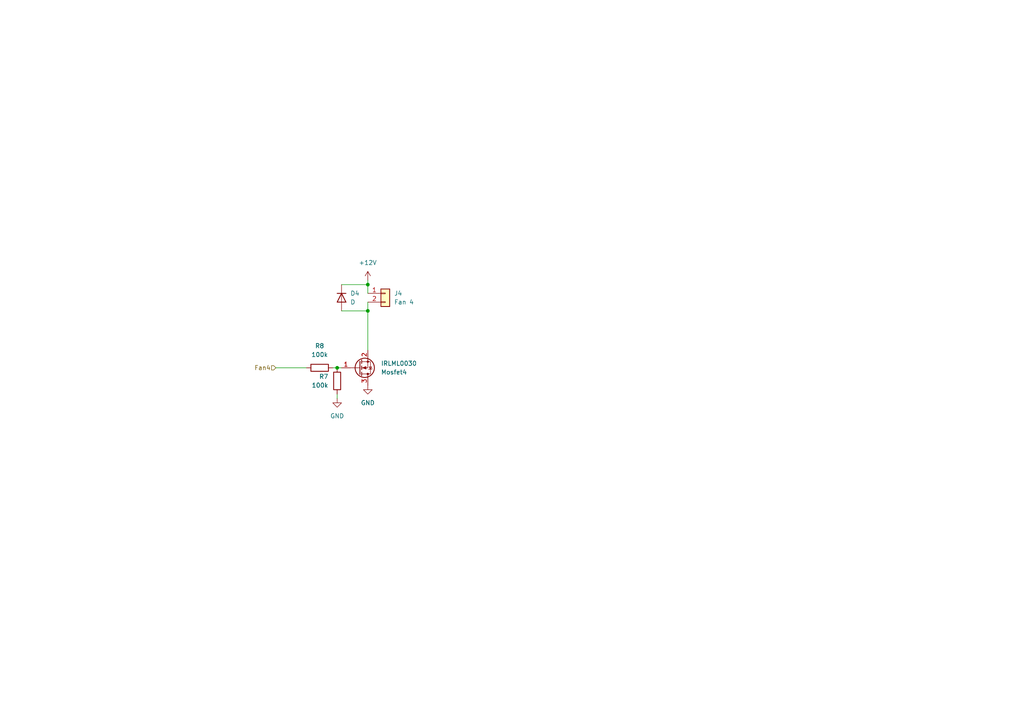
<source format=kicad_sch>
(kicad_sch (version 20231120) (generator "eeschema") (generator_version "8.0")
  (paper "A4")
  (lib_symbols
    (symbol "Connector_Generic:Conn_01x02" (pin_names (offset 1.016) hide)
      (property "Reference" "J" (at 0 2.54 0))
      (property "Value" "Conn_01x02" (at 0 -5.08 0))
      (symbol "Conn_01x02_1_1"
        (rectangle (start -1.27 -2.413) (end 0 -2.667) (stroke (width 0.1524)))
        (rectangle (start -1.27 0.127) (end 0 -0.127) (stroke (width 0.1524)))
        (rectangle (start -1.27 1.27) (end 1.27 -3.81) (stroke (width 0.254)) (fill (type background)))
        (pin passive line (at -5.08 0 0) (length 3.81) (name "Pin_1") (number "1"))
        (pin passive line (at -5.08 -2.54 0) (length 3.81) (name "Pin_2") (number "2"))
      )
    )
    (symbol "Device:D" (pin_numbers hide) (pin_names (offset 1.016) hide)
      (property "Reference" "D" (at 0 2.54 0))
      (property "Value" "D" (at 0 -2.54 0))
      (symbol "D_0_1"
        (polyline (pts (xy -1.27 1.27) (xy -1.27 -1.27)) (stroke (width 0.254)))
        (polyline (pts (xy 1.27 0) (xy -1.27 0)))
        (polyline (pts (xy 1.27 1.27) (xy 1.27 -1.27) (xy -1.27 0) (xy 1.27 1.27)) (stroke (width 0.254)))
      )
      (symbol "D_1_1"
        (pin passive line (at -3.81 0 0) (length 2.54) (name "K") (number "1"))
        (pin passive line (at 3.81 0 180) (length 2.54) (name "A") (number "2"))
      )
    )
    (symbol "Device:R" (pin_numbers hide) (pin_names (offset 0))
      (property "Reference" "R" (at 2.032 0 90))
      (property "Value" "R" (at 0 0 90))
      (symbol "R_0_1"
        (rectangle (start -1.016 -2.54) (end 1.016 2.54) (stroke (width 0.254)))
      )
      (symbol "R_1_1"
        (pin passive line (at 0 3.81 270) (length 1.27) (name "~") (number "1"))
        (pin passive line (at 0 -3.81 90) (length 1.27) (name "~") (number "2"))
      )
    )
    (symbol "Transistor_FET:IRLML0030" (pin_names hide)
      (property "Reference" "Q" (at 5.08 1.905 0))
      (property "Value" "IRLML0030" (at 5.08 0 0))
      (symbol "IRLML0030_0_1"
        (polyline (pts (xy 0.254 0) (xy -2.54 0)))
        (polyline (pts (xy 0.254 1.905) (xy 0.254 -1.905)) (stroke (width 0.254)))
        (polyline (pts (xy 0.762 -1.27) (xy 0.762 -2.286)) (stroke (width 0.254)))
        (polyline (pts (xy 0.762 0.508) (xy 0.762 -0.508)) (stroke (width 0.254)))
        (polyline (pts (xy 0.762 2.286) (xy 0.762 1.27)) (stroke (width 0.254)))
        (polyline (pts (xy 2.54 2.54) (xy 2.54 1.778)))
        (polyline (pts (xy 2.54 -2.54) (xy 2.54 0) (xy 0.762 0)))
        (polyline (pts (xy 0.762 -1.778) (xy 3.302 -1.778) (xy 3.302 1.778) (xy 0.762 1.778)))
        (polyline (pts (xy 1.016 0) (xy 2.032 0.381) (xy 2.032 -0.381) (xy 1.016 0)) (fill (type outline)))
        (polyline (pts (xy 2.794 0.508) (xy 2.921 0.381) (xy 3.683 0.381) (xy 3.81 0.254)))
        (polyline (pts (xy 3.302 0.381) (xy 2.921 -0.254) (xy 3.683 -0.254) (xy 3.302 0.381)))
        (circle (center 1.651 0) (radius 2.794) (stroke (width 0.254)))
        (circle (center 2.54 -1.778) (radius 0.254) (fill (type outline)))
        (circle (center 2.54 1.778) (radius 0.254) (fill (type outline)))
      )
      (symbol "IRLML0030_1_1"
        (pin input line (at -5.08 0 0) (length 2.54) (name "G") (number "1"))
        (pin passive line (at 2.54 -5.08 90) (length 2.54) (name "S") (number "2"))
        (pin passive line (at 2.54 5.08 270) (length 2.54) (name "D") (number "3"))
      )
    )
    (symbol "power:+12V" (power) (pin_numbers hide) (pin_names (offset 0) hide)
      (property "Value" "+12V" (at 0 3.556 0))
      (symbol "+12V_0_1"
        (polyline (pts (xy -0.762 1.27) (xy 0 2.54)))
        (polyline (pts (xy 0 0) (xy 0 2.54)))
        (polyline (pts (xy 0 2.54) (xy 0.762 1.27)))
      )
      (symbol "+12V_1_1"
        (pin power_in line (at 0 0 90) (length 0) (name "~") (number "1"))
      )
    )
    (symbol "power:GND" (power) (pin_numbers hide) (pin_names (offset 0) hide)
      (property "Value" "GND" (at 0 -3.81 0))
      (symbol "GND_0_1"
        (polyline (pts (xy 0 0) (xy 0 -1.27) (xy 1.27 -1.27) (xy 0 -2.54) (xy -1.27 -1.27) (xy 0 -1.27)))
      )
      (symbol "GND_1_1"
        (pin power_in line (at 0 0 270) (length 0) (name "~") (number "1"))
      )
    )
  )
  (junction (at 97.79 106.68))
  (junction (at 106.68 82.55))
  (junction (at 106.68 90.17))
  (wire (pts (xy 106.68 90.17) (xy 106.68 101.6)))
  (wire (pts (xy 96.52 106.68) (xy 97.79 106.68)))
  (wire (pts (xy 88.9 106.68) (xy 80.01 106.68)))
  (wire (pts (xy 106.68 81.28) (xy 106.68 82.55)))
  (wire (pts (xy 99.06 82.55) (xy 106.68 82.55)))
  (wire (pts (xy 99.06 90.17) (xy 106.68 90.17)))
  (wire (pts (xy 97.79 114.3) (xy 97.79 115.57)))
  (wire (pts (xy 106.68 87.63) (xy 106.68 90.17)))
  (wire (pts (xy 106.68 82.55) (xy 106.68 85.09)))
  (wire (pts (xy 97.79 106.68) (xy 99.06 106.68)))
  (hierarchical_label "Fan4" (shape input) (at 80.01 106.68 180))
  (symbol (lib_id "Device:D") (at 99.06 86.36 270) (unit 1)
    (property "Reference" "D4" (at 101.6 85.0899 90) (effects (justify left)))
    (property "Value" "D" (at 101.6 87.6299 90) (effects (justify left)))
    (property "Footprint" "Diode_SMD:D_0805_2012Metric" (effects (hide yes)))
    (property "Description" "Diode" (effects (hide yes)))
    (property "Sim.Device" "D" (effects (hide yes)))
    (property "Sim.Pins" "1=K 2=A" (effects (hide yes)))
  )
  (symbol (lib_id "power:GND") (at 106.68 111.76 0) (mirror y) (unit 1)
    (property "Reference" "#PWR020" (effects (hide yes)))
    (property "Value" "GND" (at 106.68 116.84 0))
    (property "Description" "Power symbol creates a global label with name \"GND\" , ground" (effects (hide yes)))
  )
  (symbol (lib_id "Device:R") (at 97.79 110.49 0) (mirror y) (unit 1)
    (property "Reference" "R7" (at 95.25 109.2199 0) (effects (justify left)))
    (property "Value" "100k" (at 95.25 111.7599 0) (effects (justify left)))
    (property "Footprint" "Resistor_SMD:R_0805_2012Metric" (effects (hide yes)))
    (property "Description" "Resistor" (effects (hide yes)))
  )
  (symbol (lib_id "power:GND") (at 97.79 115.57 0) (mirror y) (unit 1)
    (property "Reference" "#PWR03" (effects (hide yes)))
    (property "Value" "GND" (at 97.79 120.65 0))
    (property "Description" "Power symbol creates a global label with name \"GND\" , ground" (effects (hide yes)))
  )
  (symbol (lib_id "Transistor_FET:IRLML0030") (at 104.14 106.68 0) (mirror x) (unit 1)
    (property "Reference" "Mosfet4" (at 110.49 107.9501 0) (effects (justify left)))
    (property "Value" "IRLML0030" (at 110.49 105.4101 0) (effects (justify left)))
    (property "Footprint" "Package_TO_SOT_SMD:SOT-23" (effects (hide yes)))
    (property "Datasheet" "https://www.infineon.com/dgdl/irlml0030pbf.pdf?fileId=5546d462533600a401535664773825df" (effects (hide yes)))
    (property "Description" "5.3A Id, 30V Vds, 27mOhm Rds, N-Channel HEXFET Power MOSFET, SOT-23" (effects (hide yes)))
  )
  (symbol (lib_id "Device:R") (at 92.71 106.68 90) (mirror x) (unit 1)
    (property "Reference" "R8" (at 92.71 100.33 90))
    (property "Value" "100k" (at 92.71 102.87 90))
    (property "Footprint" "Resistor_SMD:R_0805_2012Metric" (effects (hide yes)))
    (property "Description" "Resistor" (effects (hide yes)))
  )
  (symbol (lib_id "power:+12V") (at 106.68 81.28 0) (unit 1)
    (property "Reference" "#PWR05" (effects (hide yes)))
    (property "Value" "+12V" (at 106.68 76.2 0))
    (property "Description" "Power symbol creates a global label with name \"+12V\"" (effects (hide yes)))
  )
  (symbol (lib_id "Connector_Generic:Conn_01x02") (at 111.76 85.09 0) (unit 1)
    (property "Reference" "J4" (at 114.3 85.0899 0) (effects (justify left)))
    (property "Value" "Fan 4" (at 114.3 87.6299 0) (effects (justify left)))
    (property "Footprint" "UTSVT_Connectors:Molex_MicroFit3.0_1x2xP3.00mm_PolarizingPeg_Vertical" (effects (hide yes)))
    (property "Description" "Generic connector, single row, 01x02, script generated (kicad-library-utils/schlib/autogen/connector/)" (effects (hide yes)))
  )
)
</source>
